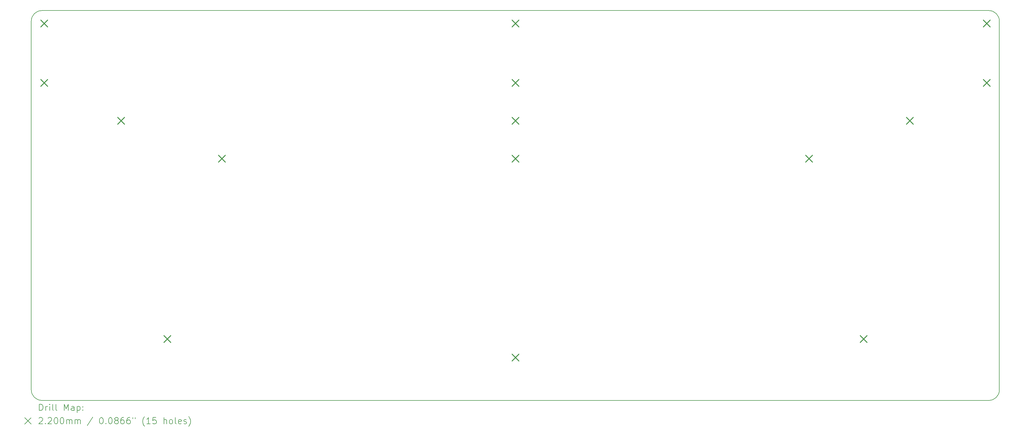
<source format=gbr>
%TF.GenerationSoftware,KiCad,Pcbnew,7.0.10*%
%TF.CreationDate,2024-01-29T15:06:21+01:00*%
%TF.ProjectId,discipline-pcb,64697363-6970-46c6-996e-652d7063622e,rev?*%
%TF.SameCoordinates,Original*%
%TF.FileFunction,Drillmap*%
%TF.FilePolarity,Positive*%
%FSLAX45Y45*%
G04 Gerber Fmt 4.5, Leading zero omitted, Abs format (unit mm)*
G04 Created by KiCad (PCBNEW 7.0.10) date 2024-01-29 15:06:21*
%MOMM*%
%LPD*%
G01*
G04 APERTURE LIST*
%ADD10C,0.150000*%
%ADD11C,0.200000*%
%ADD12C,0.220000*%
G04 APERTURE END LIST*
D10*
X5376638Y-17719816D02*
G75*
G03*
X5707644Y-18050222I330702J296D01*
G01*
X35535325Y-18050221D02*
G75*
G03*
X35866031Y-17719516I5J330701D01*
G01*
X35866035Y-6100181D02*
G75*
G03*
X35535325Y-5769475I-330705J1D01*
G01*
X35866031Y-6100181D02*
X35866031Y-17719516D01*
X5707344Y-5769478D02*
G75*
G03*
X5376638Y-6100181I-4J-330702D01*
G01*
X5376638Y-17719816D02*
X5376638Y-6100181D01*
X35535325Y-18050222D02*
X5707644Y-18050222D01*
X5707344Y-5769475D02*
X35535325Y-5769475D01*
D11*
D12*
X5666638Y-6059475D02*
X5886638Y-6279475D01*
X5886638Y-6059475D02*
X5666638Y-6279475D01*
X5666638Y-7934475D02*
X5886638Y-8154475D01*
X5886638Y-7934475D02*
X5666638Y-8154475D01*
X8087332Y-9127387D02*
X8307332Y-9347387D01*
X8307332Y-9127387D02*
X8087332Y-9347387D01*
X9546589Y-16004696D02*
X9766589Y-16224696D01*
X9766589Y-16004696D02*
X9546589Y-16224696D01*
X11265472Y-10320299D02*
X11485472Y-10540299D01*
X11485472Y-10320299D02*
X11265472Y-10540299D01*
X20511335Y-6059475D02*
X20731335Y-6279475D01*
X20731335Y-6059475D02*
X20511335Y-6279475D01*
X20511335Y-7934475D02*
X20731335Y-8154475D01*
X20731335Y-7934475D02*
X20511335Y-8154475D01*
X20511335Y-9127387D02*
X20731335Y-9347387D01*
X20731335Y-9127387D02*
X20511335Y-9347387D01*
X20511335Y-10320299D02*
X20731335Y-10540299D01*
X20731335Y-10320299D02*
X20511335Y-10540299D01*
X20511335Y-16585811D02*
X20731335Y-16805811D01*
X20731335Y-16585811D02*
X20511335Y-16805811D01*
X29757197Y-10320299D02*
X29977197Y-10540299D01*
X29977197Y-10320299D02*
X29757197Y-10540299D01*
X31476080Y-16004696D02*
X31696080Y-16224696D01*
X31696080Y-16004696D02*
X31476080Y-16224696D01*
X32935337Y-9127387D02*
X33155337Y-9347387D01*
X33155337Y-9127387D02*
X32935337Y-9347387D01*
X35356031Y-6059475D02*
X35576031Y-6279475D01*
X35576031Y-6059475D02*
X35356031Y-6279475D01*
X35356031Y-7934475D02*
X35576031Y-8154475D01*
X35576031Y-7934475D02*
X35356031Y-8154475D01*
D11*
X5629915Y-18369206D02*
X5629915Y-18169206D01*
X5629915Y-18169206D02*
X5677534Y-18169206D01*
X5677534Y-18169206D02*
X5706105Y-18178730D01*
X5706105Y-18178730D02*
X5725153Y-18197777D01*
X5725153Y-18197777D02*
X5734677Y-18216825D01*
X5734677Y-18216825D02*
X5744201Y-18254920D01*
X5744201Y-18254920D02*
X5744201Y-18283491D01*
X5744201Y-18283491D02*
X5734677Y-18321587D01*
X5734677Y-18321587D02*
X5725153Y-18340634D01*
X5725153Y-18340634D02*
X5706105Y-18359682D01*
X5706105Y-18359682D02*
X5677534Y-18369206D01*
X5677534Y-18369206D02*
X5629915Y-18369206D01*
X5829915Y-18369206D02*
X5829915Y-18235872D01*
X5829915Y-18273968D02*
X5839439Y-18254920D01*
X5839439Y-18254920D02*
X5848963Y-18245396D01*
X5848963Y-18245396D02*
X5868010Y-18235872D01*
X5868010Y-18235872D02*
X5887058Y-18235872D01*
X5953724Y-18369206D02*
X5953724Y-18235872D01*
X5953724Y-18169206D02*
X5944201Y-18178730D01*
X5944201Y-18178730D02*
X5953724Y-18188253D01*
X5953724Y-18188253D02*
X5963248Y-18178730D01*
X5963248Y-18178730D02*
X5953724Y-18169206D01*
X5953724Y-18169206D02*
X5953724Y-18188253D01*
X6077534Y-18369206D02*
X6058486Y-18359682D01*
X6058486Y-18359682D02*
X6048963Y-18340634D01*
X6048963Y-18340634D02*
X6048963Y-18169206D01*
X6182296Y-18369206D02*
X6163248Y-18359682D01*
X6163248Y-18359682D02*
X6153724Y-18340634D01*
X6153724Y-18340634D02*
X6153724Y-18169206D01*
X6410867Y-18369206D02*
X6410867Y-18169206D01*
X6410867Y-18169206D02*
X6477534Y-18312063D01*
X6477534Y-18312063D02*
X6544201Y-18169206D01*
X6544201Y-18169206D02*
X6544201Y-18369206D01*
X6725153Y-18369206D02*
X6725153Y-18264444D01*
X6725153Y-18264444D02*
X6715629Y-18245396D01*
X6715629Y-18245396D02*
X6696582Y-18235872D01*
X6696582Y-18235872D02*
X6658486Y-18235872D01*
X6658486Y-18235872D02*
X6639439Y-18245396D01*
X6725153Y-18359682D02*
X6706105Y-18369206D01*
X6706105Y-18369206D02*
X6658486Y-18369206D01*
X6658486Y-18369206D02*
X6639439Y-18359682D01*
X6639439Y-18359682D02*
X6629915Y-18340634D01*
X6629915Y-18340634D02*
X6629915Y-18321587D01*
X6629915Y-18321587D02*
X6639439Y-18302539D01*
X6639439Y-18302539D02*
X6658486Y-18293015D01*
X6658486Y-18293015D02*
X6706105Y-18293015D01*
X6706105Y-18293015D02*
X6725153Y-18283491D01*
X6820391Y-18235872D02*
X6820391Y-18435872D01*
X6820391Y-18245396D02*
X6839439Y-18235872D01*
X6839439Y-18235872D02*
X6877534Y-18235872D01*
X6877534Y-18235872D02*
X6896582Y-18245396D01*
X6896582Y-18245396D02*
X6906105Y-18254920D01*
X6906105Y-18254920D02*
X6915629Y-18273968D01*
X6915629Y-18273968D02*
X6915629Y-18331110D01*
X6915629Y-18331110D02*
X6906105Y-18350158D01*
X6906105Y-18350158D02*
X6896582Y-18359682D01*
X6896582Y-18359682D02*
X6877534Y-18369206D01*
X6877534Y-18369206D02*
X6839439Y-18369206D01*
X6839439Y-18369206D02*
X6820391Y-18359682D01*
X7001344Y-18350158D02*
X7010867Y-18359682D01*
X7010867Y-18359682D02*
X7001344Y-18369206D01*
X7001344Y-18369206D02*
X6991820Y-18359682D01*
X6991820Y-18359682D02*
X7001344Y-18350158D01*
X7001344Y-18350158D02*
X7001344Y-18369206D01*
X7001344Y-18245396D02*
X7010867Y-18254920D01*
X7010867Y-18254920D02*
X7001344Y-18264444D01*
X7001344Y-18264444D02*
X6991820Y-18254920D01*
X6991820Y-18254920D02*
X7001344Y-18245396D01*
X7001344Y-18245396D02*
X7001344Y-18264444D01*
X5169138Y-18597722D02*
X5369138Y-18797722D01*
X5369138Y-18597722D02*
X5169138Y-18797722D01*
X5620391Y-18608253D02*
X5629915Y-18598730D01*
X5629915Y-18598730D02*
X5648963Y-18589206D01*
X5648963Y-18589206D02*
X5696582Y-18589206D01*
X5696582Y-18589206D02*
X5715629Y-18598730D01*
X5715629Y-18598730D02*
X5725153Y-18608253D01*
X5725153Y-18608253D02*
X5734677Y-18627301D01*
X5734677Y-18627301D02*
X5734677Y-18646349D01*
X5734677Y-18646349D02*
X5725153Y-18674920D01*
X5725153Y-18674920D02*
X5610867Y-18789206D01*
X5610867Y-18789206D02*
X5734677Y-18789206D01*
X5820391Y-18770158D02*
X5829915Y-18779682D01*
X5829915Y-18779682D02*
X5820391Y-18789206D01*
X5820391Y-18789206D02*
X5810867Y-18779682D01*
X5810867Y-18779682D02*
X5820391Y-18770158D01*
X5820391Y-18770158D02*
X5820391Y-18789206D01*
X5906105Y-18608253D02*
X5915629Y-18598730D01*
X5915629Y-18598730D02*
X5934677Y-18589206D01*
X5934677Y-18589206D02*
X5982296Y-18589206D01*
X5982296Y-18589206D02*
X6001344Y-18598730D01*
X6001344Y-18598730D02*
X6010867Y-18608253D01*
X6010867Y-18608253D02*
X6020391Y-18627301D01*
X6020391Y-18627301D02*
X6020391Y-18646349D01*
X6020391Y-18646349D02*
X6010867Y-18674920D01*
X6010867Y-18674920D02*
X5896582Y-18789206D01*
X5896582Y-18789206D02*
X6020391Y-18789206D01*
X6144201Y-18589206D02*
X6163248Y-18589206D01*
X6163248Y-18589206D02*
X6182296Y-18598730D01*
X6182296Y-18598730D02*
X6191820Y-18608253D01*
X6191820Y-18608253D02*
X6201344Y-18627301D01*
X6201344Y-18627301D02*
X6210867Y-18665396D01*
X6210867Y-18665396D02*
X6210867Y-18713015D01*
X6210867Y-18713015D02*
X6201344Y-18751110D01*
X6201344Y-18751110D02*
X6191820Y-18770158D01*
X6191820Y-18770158D02*
X6182296Y-18779682D01*
X6182296Y-18779682D02*
X6163248Y-18789206D01*
X6163248Y-18789206D02*
X6144201Y-18789206D01*
X6144201Y-18789206D02*
X6125153Y-18779682D01*
X6125153Y-18779682D02*
X6115629Y-18770158D01*
X6115629Y-18770158D02*
X6106105Y-18751110D01*
X6106105Y-18751110D02*
X6096582Y-18713015D01*
X6096582Y-18713015D02*
X6096582Y-18665396D01*
X6096582Y-18665396D02*
X6106105Y-18627301D01*
X6106105Y-18627301D02*
X6115629Y-18608253D01*
X6115629Y-18608253D02*
X6125153Y-18598730D01*
X6125153Y-18598730D02*
X6144201Y-18589206D01*
X6334677Y-18589206D02*
X6353725Y-18589206D01*
X6353725Y-18589206D02*
X6372772Y-18598730D01*
X6372772Y-18598730D02*
X6382296Y-18608253D01*
X6382296Y-18608253D02*
X6391820Y-18627301D01*
X6391820Y-18627301D02*
X6401344Y-18665396D01*
X6401344Y-18665396D02*
X6401344Y-18713015D01*
X6401344Y-18713015D02*
X6391820Y-18751110D01*
X6391820Y-18751110D02*
X6382296Y-18770158D01*
X6382296Y-18770158D02*
X6372772Y-18779682D01*
X6372772Y-18779682D02*
X6353725Y-18789206D01*
X6353725Y-18789206D02*
X6334677Y-18789206D01*
X6334677Y-18789206D02*
X6315629Y-18779682D01*
X6315629Y-18779682D02*
X6306105Y-18770158D01*
X6306105Y-18770158D02*
X6296582Y-18751110D01*
X6296582Y-18751110D02*
X6287058Y-18713015D01*
X6287058Y-18713015D02*
X6287058Y-18665396D01*
X6287058Y-18665396D02*
X6296582Y-18627301D01*
X6296582Y-18627301D02*
X6306105Y-18608253D01*
X6306105Y-18608253D02*
X6315629Y-18598730D01*
X6315629Y-18598730D02*
X6334677Y-18589206D01*
X6487058Y-18789206D02*
X6487058Y-18655872D01*
X6487058Y-18674920D02*
X6496582Y-18665396D01*
X6496582Y-18665396D02*
X6515629Y-18655872D01*
X6515629Y-18655872D02*
X6544201Y-18655872D01*
X6544201Y-18655872D02*
X6563248Y-18665396D01*
X6563248Y-18665396D02*
X6572772Y-18684444D01*
X6572772Y-18684444D02*
X6572772Y-18789206D01*
X6572772Y-18684444D02*
X6582296Y-18665396D01*
X6582296Y-18665396D02*
X6601344Y-18655872D01*
X6601344Y-18655872D02*
X6629915Y-18655872D01*
X6629915Y-18655872D02*
X6648963Y-18665396D01*
X6648963Y-18665396D02*
X6658486Y-18684444D01*
X6658486Y-18684444D02*
X6658486Y-18789206D01*
X6753725Y-18789206D02*
X6753725Y-18655872D01*
X6753725Y-18674920D02*
X6763248Y-18665396D01*
X6763248Y-18665396D02*
X6782296Y-18655872D01*
X6782296Y-18655872D02*
X6810867Y-18655872D01*
X6810867Y-18655872D02*
X6829915Y-18665396D01*
X6829915Y-18665396D02*
X6839439Y-18684444D01*
X6839439Y-18684444D02*
X6839439Y-18789206D01*
X6839439Y-18684444D02*
X6848963Y-18665396D01*
X6848963Y-18665396D02*
X6868010Y-18655872D01*
X6868010Y-18655872D02*
X6896582Y-18655872D01*
X6896582Y-18655872D02*
X6915629Y-18665396D01*
X6915629Y-18665396D02*
X6925153Y-18684444D01*
X6925153Y-18684444D02*
X6925153Y-18789206D01*
X7315629Y-18579682D02*
X7144201Y-18836825D01*
X7572772Y-18589206D02*
X7591820Y-18589206D01*
X7591820Y-18589206D02*
X7610868Y-18598730D01*
X7610868Y-18598730D02*
X7620391Y-18608253D01*
X7620391Y-18608253D02*
X7629915Y-18627301D01*
X7629915Y-18627301D02*
X7639439Y-18665396D01*
X7639439Y-18665396D02*
X7639439Y-18713015D01*
X7639439Y-18713015D02*
X7629915Y-18751110D01*
X7629915Y-18751110D02*
X7620391Y-18770158D01*
X7620391Y-18770158D02*
X7610868Y-18779682D01*
X7610868Y-18779682D02*
X7591820Y-18789206D01*
X7591820Y-18789206D02*
X7572772Y-18789206D01*
X7572772Y-18789206D02*
X7553725Y-18779682D01*
X7553725Y-18779682D02*
X7544201Y-18770158D01*
X7544201Y-18770158D02*
X7534677Y-18751110D01*
X7534677Y-18751110D02*
X7525153Y-18713015D01*
X7525153Y-18713015D02*
X7525153Y-18665396D01*
X7525153Y-18665396D02*
X7534677Y-18627301D01*
X7534677Y-18627301D02*
X7544201Y-18608253D01*
X7544201Y-18608253D02*
X7553725Y-18598730D01*
X7553725Y-18598730D02*
X7572772Y-18589206D01*
X7725153Y-18770158D02*
X7734677Y-18779682D01*
X7734677Y-18779682D02*
X7725153Y-18789206D01*
X7725153Y-18789206D02*
X7715629Y-18779682D01*
X7715629Y-18779682D02*
X7725153Y-18770158D01*
X7725153Y-18770158D02*
X7725153Y-18789206D01*
X7858487Y-18589206D02*
X7877534Y-18589206D01*
X7877534Y-18589206D02*
X7896582Y-18598730D01*
X7896582Y-18598730D02*
X7906106Y-18608253D01*
X7906106Y-18608253D02*
X7915629Y-18627301D01*
X7915629Y-18627301D02*
X7925153Y-18665396D01*
X7925153Y-18665396D02*
X7925153Y-18713015D01*
X7925153Y-18713015D02*
X7915629Y-18751110D01*
X7915629Y-18751110D02*
X7906106Y-18770158D01*
X7906106Y-18770158D02*
X7896582Y-18779682D01*
X7896582Y-18779682D02*
X7877534Y-18789206D01*
X7877534Y-18789206D02*
X7858487Y-18789206D01*
X7858487Y-18789206D02*
X7839439Y-18779682D01*
X7839439Y-18779682D02*
X7829915Y-18770158D01*
X7829915Y-18770158D02*
X7820391Y-18751110D01*
X7820391Y-18751110D02*
X7810868Y-18713015D01*
X7810868Y-18713015D02*
X7810868Y-18665396D01*
X7810868Y-18665396D02*
X7820391Y-18627301D01*
X7820391Y-18627301D02*
X7829915Y-18608253D01*
X7829915Y-18608253D02*
X7839439Y-18598730D01*
X7839439Y-18598730D02*
X7858487Y-18589206D01*
X8039439Y-18674920D02*
X8020391Y-18665396D01*
X8020391Y-18665396D02*
X8010868Y-18655872D01*
X8010868Y-18655872D02*
X8001344Y-18636825D01*
X8001344Y-18636825D02*
X8001344Y-18627301D01*
X8001344Y-18627301D02*
X8010868Y-18608253D01*
X8010868Y-18608253D02*
X8020391Y-18598730D01*
X8020391Y-18598730D02*
X8039439Y-18589206D01*
X8039439Y-18589206D02*
X8077534Y-18589206D01*
X8077534Y-18589206D02*
X8096582Y-18598730D01*
X8096582Y-18598730D02*
X8106106Y-18608253D01*
X8106106Y-18608253D02*
X8115629Y-18627301D01*
X8115629Y-18627301D02*
X8115629Y-18636825D01*
X8115629Y-18636825D02*
X8106106Y-18655872D01*
X8106106Y-18655872D02*
X8096582Y-18665396D01*
X8096582Y-18665396D02*
X8077534Y-18674920D01*
X8077534Y-18674920D02*
X8039439Y-18674920D01*
X8039439Y-18674920D02*
X8020391Y-18684444D01*
X8020391Y-18684444D02*
X8010868Y-18693968D01*
X8010868Y-18693968D02*
X8001344Y-18713015D01*
X8001344Y-18713015D02*
X8001344Y-18751110D01*
X8001344Y-18751110D02*
X8010868Y-18770158D01*
X8010868Y-18770158D02*
X8020391Y-18779682D01*
X8020391Y-18779682D02*
X8039439Y-18789206D01*
X8039439Y-18789206D02*
X8077534Y-18789206D01*
X8077534Y-18789206D02*
X8096582Y-18779682D01*
X8096582Y-18779682D02*
X8106106Y-18770158D01*
X8106106Y-18770158D02*
X8115629Y-18751110D01*
X8115629Y-18751110D02*
X8115629Y-18713015D01*
X8115629Y-18713015D02*
X8106106Y-18693968D01*
X8106106Y-18693968D02*
X8096582Y-18684444D01*
X8096582Y-18684444D02*
X8077534Y-18674920D01*
X8287058Y-18589206D02*
X8248963Y-18589206D01*
X8248963Y-18589206D02*
X8229915Y-18598730D01*
X8229915Y-18598730D02*
X8220391Y-18608253D01*
X8220391Y-18608253D02*
X8201344Y-18636825D01*
X8201344Y-18636825D02*
X8191820Y-18674920D01*
X8191820Y-18674920D02*
X8191820Y-18751110D01*
X8191820Y-18751110D02*
X8201344Y-18770158D01*
X8201344Y-18770158D02*
X8210868Y-18779682D01*
X8210868Y-18779682D02*
X8229915Y-18789206D01*
X8229915Y-18789206D02*
X8268010Y-18789206D01*
X8268010Y-18789206D02*
X8287058Y-18779682D01*
X8287058Y-18779682D02*
X8296582Y-18770158D01*
X8296582Y-18770158D02*
X8306106Y-18751110D01*
X8306106Y-18751110D02*
X8306106Y-18703491D01*
X8306106Y-18703491D02*
X8296582Y-18684444D01*
X8296582Y-18684444D02*
X8287058Y-18674920D01*
X8287058Y-18674920D02*
X8268010Y-18665396D01*
X8268010Y-18665396D02*
X8229915Y-18665396D01*
X8229915Y-18665396D02*
X8210868Y-18674920D01*
X8210868Y-18674920D02*
X8201344Y-18684444D01*
X8201344Y-18684444D02*
X8191820Y-18703491D01*
X8477534Y-18589206D02*
X8439439Y-18589206D01*
X8439439Y-18589206D02*
X8420391Y-18598730D01*
X8420391Y-18598730D02*
X8410868Y-18608253D01*
X8410868Y-18608253D02*
X8391820Y-18636825D01*
X8391820Y-18636825D02*
X8382296Y-18674920D01*
X8382296Y-18674920D02*
X8382296Y-18751110D01*
X8382296Y-18751110D02*
X8391820Y-18770158D01*
X8391820Y-18770158D02*
X8401344Y-18779682D01*
X8401344Y-18779682D02*
X8420391Y-18789206D01*
X8420391Y-18789206D02*
X8458487Y-18789206D01*
X8458487Y-18789206D02*
X8477534Y-18779682D01*
X8477534Y-18779682D02*
X8487058Y-18770158D01*
X8487058Y-18770158D02*
X8496582Y-18751110D01*
X8496582Y-18751110D02*
X8496582Y-18703491D01*
X8496582Y-18703491D02*
X8487058Y-18684444D01*
X8487058Y-18684444D02*
X8477534Y-18674920D01*
X8477534Y-18674920D02*
X8458487Y-18665396D01*
X8458487Y-18665396D02*
X8420391Y-18665396D01*
X8420391Y-18665396D02*
X8401344Y-18674920D01*
X8401344Y-18674920D02*
X8391820Y-18684444D01*
X8391820Y-18684444D02*
X8382296Y-18703491D01*
X8572772Y-18589206D02*
X8572772Y-18627301D01*
X8648963Y-18589206D02*
X8648963Y-18627301D01*
X8944201Y-18865396D02*
X8934677Y-18855872D01*
X8934677Y-18855872D02*
X8915630Y-18827301D01*
X8915630Y-18827301D02*
X8906106Y-18808253D01*
X8906106Y-18808253D02*
X8896582Y-18779682D01*
X8896582Y-18779682D02*
X8887058Y-18732063D01*
X8887058Y-18732063D02*
X8887058Y-18693968D01*
X8887058Y-18693968D02*
X8896582Y-18646349D01*
X8896582Y-18646349D02*
X8906106Y-18617777D01*
X8906106Y-18617777D02*
X8915630Y-18598730D01*
X8915630Y-18598730D02*
X8934677Y-18570158D01*
X8934677Y-18570158D02*
X8944201Y-18560634D01*
X9125153Y-18789206D02*
X9010868Y-18789206D01*
X9068011Y-18789206D02*
X9068011Y-18589206D01*
X9068011Y-18589206D02*
X9048963Y-18617777D01*
X9048963Y-18617777D02*
X9029915Y-18636825D01*
X9029915Y-18636825D02*
X9010868Y-18646349D01*
X9306106Y-18589206D02*
X9210868Y-18589206D01*
X9210868Y-18589206D02*
X9201344Y-18684444D01*
X9201344Y-18684444D02*
X9210868Y-18674920D01*
X9210868Y-18674920D02*
X9229915Y-18665396D01*
X9229915Y-18665396D02*
X9277534Y-18665396D01*
X9277534Y-18665396D02*
X9296582Y-18674920D01*
X9296582Y-18674920D02*
X9306106Y-18684444D01*
X9306106Y-18684444D02*
X9315630Y-18703491D01*
X9315630Y-18703491D02*
X9315630Y-18751110D01*
X9315630Y-18751110D02*
X9306106Y-18770158D01*
X9306106Y-18770158D02*
X9296582Y-18779682D01*
X9296582Y-18779682D02*
X9277534Y-18789206D01*
X9277534Y-18789206D02*
X9229915Y-18789206D01*
X9229915Y-18789206D02*
X9210868Y-18779682D01*
X9210868Y-18779682D02*
X9201344Y-18770158D01*
X9553725Y-18789206D02*
X9553725Y-18589206D01*
X9639439Y-18789206D02*
X9639439Y-18684444D01*
X9639439Y-18684444D02*
X9629915Y-18665396D01*
X9629915Y-18665396D02*
X9610868Y-18655872D01*
X9610868Y-18655872D02*
X9582296Y-18655872D01*
X9582296Y-18655872D02*
X9563249Y-18665396D01*
X9563249Y-18665396D02*
X9553725Y-18674920D01*
X9763249Y-18789206D02*
X9744201Y-18779682D01*
X9744201Y-18779682D02*
X9734677Y-18770158D01*
X9734677Y-18770158D02*
X9725154Y-18751110D01*
X9725154Y-18751110D02*
X9725154Y-18693968D01*
X9725154Y-18693968D02*
X9734677Y-18674920D01*
X9734677Y-18674920D02*
X9744201Y-18665396D01*
X9744201Y-18665396D02*
X9763249Y-18655872D01*
X9763249Y-18655872D02*
X9791820Y-18655872D01*
X9791820Y-18655872D02*
X9810868Y-18665396D01*
X9810868Y-18665396D02*
X9820392Y-18674920D01*
X9820392Y-18674920D02*
X9829915Y-18693968D01*
X9829915Y-18693968D02*
X9829915Y-18751110D01*
X9829915Y-18751110D02*
X9820392Y-18770158D01*
X9820392Y-18770158D02*
X9810868Y-18779682D01*
X9810868Y-18779682D02*
X9791820Y-18789206D01*
X9791820Y-18789206D02*
X9763249Y-18789206D01*
X9944201Y-18789206D02*
X9925154Y-18779682D01*
X9925154Y-18779682D02*
X9915630Y-18760634D01*
X9915630Y-18760634D02*
X9915630Y-18589206D01*
X10096582Y-18779682D02*
X10077535Y-18789206D01*
X10077535Y-18789206D02*
X10039439Y-18789206D01*
X10039439Y-18789206D02*
X10020392Y-18779682D01*
X10020392Y-18779682D02*
X10010868Y-18760634D01*
X10010868Y-18760634D02*
X10010868Y-18684444D01*
X10010868Y-18684444D02*
X10020392Y-18665396D01*
X10020392Y-18665396D02*
X10039439Y-18655872D01*
X10039439Y-18655872D02*
X10077535Y-18655872D01*
X10077535Y-18655872D02*
X10096582Y-18665396D01*
X10096582Y-18665396D02*
X10106106Y-18684444D01*
X10106106Y-18684444D02*
X10106106Y-18703491D01*
X10106106Y-18703491D02*
X10010868Y-18722539D01*
X10182296Y-18779682D02*
X10201344Y-18789206D01*
X10201344Y-18789206D02*
X10239439Y-18789206D01*
X10239439Y-18789206D02*
X10258487Y-18779682D01*
X10258487Y-18779682D02*
X10268011Y-18760634D01*
X10268011Y-18760634D02*
X10268011Y-18751110D01*
X10268011Y-18751110D02*
X10258487Y-18732063D01*
X10258487Y-18732063D02*
X10239439Y-18722539D01*
X10239439Y-18722539D02*
X10210868Y-18722539D01*
X10210868Y-18722539D02*
X10191820Y-18713015D01*
X10191820Y-18713015D02*
X10182296Y-18693968D01*
X10182296Y-18693968D02*
X10182296Y-18684444D01*
X10182296Y-18684444D02*
X10191820Y-18665396D01*
X10191820Y-18665396D02*
X10210868Y-18655872D01*
X10210868Y-18655872D02*
X10239439Y-18655872D01*
X10239439Y-18655872D02*
X10258487Y-18665396D01*
X10334677Y-18865396D02*
X10344201Y-18855872D01*
X10344201Y-18855872D02*
X10363249Y-18827301D01*
X10363249Y-18827301D02*
X10372773Y-18808253D01*
X10372773Y-18808253D02*
X10382296Y-18779682D01*
X10382296Y-18779682D02*
X10391820Y-18732063D01*
X10391820Y-18732063D02*
X10391820Y-18693968D01*
X10391820Y-18693968D02*
X10382296Y-18646349D01*
X10382296Y-18646349D02*
X10372773Y-18617777D01*
X10372773Y-18617777D02*
X10363249Y-18598730D01*
X10363249Y-18598730D02*
X10344201Y-18570158D01*
X10344201Y-18570158D02*
X10334677Y-18560634D01*
M02*

</source>
